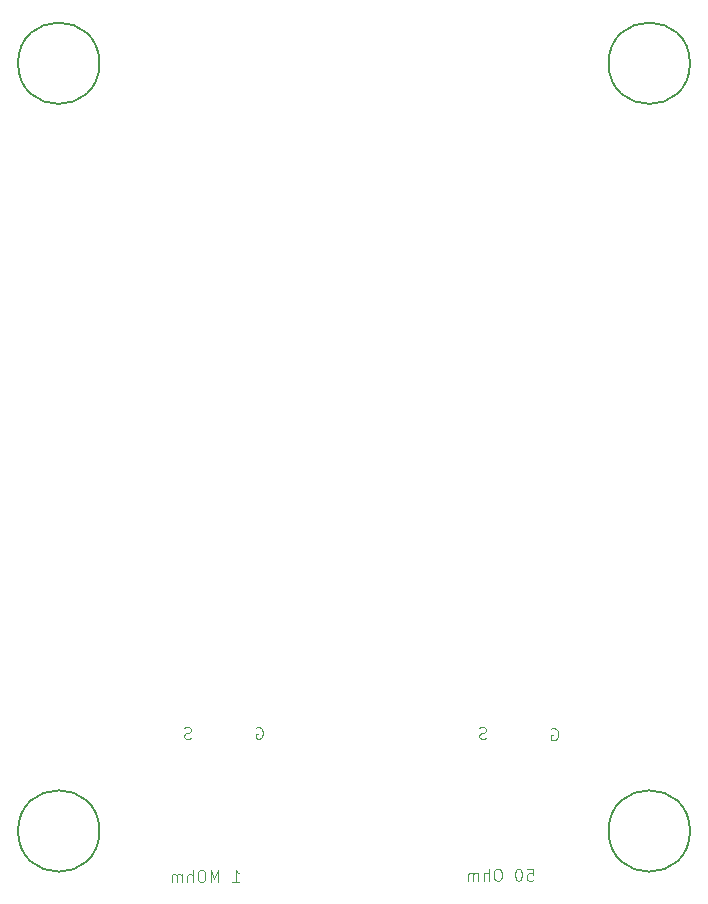
<source format=gbo>
%TF.GenerationSoftware,KiCad,Pcbnew,8.0.4+dfsg-1*%
%TF.CreationDate,2024-08-03T22:50:01-04:00*%
%TF.ProjectId,Mixed-Signal_Demo_PCB,4d697865-642d-4536-9967-6e616c5f4465,rev?*%
%TF.SameCoordinates,Original*%
%TF.FileFunction,Legend,Bot*%
%TF.FilePolarity,Positive*%
%FSLAX46Y46*%
G04 Gerber Fmt 4.6, Leading zero omitted, Abs format (unit mm)*
G04 Created by KiCad (PCBNEW 8.0.4+dfsg-1) date 2024-08-03 22:50:01*
%MOMM*%
%LPD*%
G01*
G04 APERTURE LIST*
%ADD10C,0.200000*%
%ADD11C,0.100000*%
G04 APERTURE END LIST*
D10*
X94408835Y-64464470D02*
G75*
G02*
X87520105Y-64464470I-3444365J0D01*
G01*
X87520105Y-64464470D02*
G75*
G02*
X94408835Y-64464470I3444365J0D01*
G01*
X144408865Y-129464500D02*
G75*
G02*
X137520135Y-129464500I-3444365J0D01*
G01*
X137520135Y-129464500D02*
G75*
G02*
X144408865Y-129464500I3444365J0D01*
G01*
X94408865Y-129464500D02*
G75*
G02*
X87520135Y-129464500I-3444365J0D01*
G01*
X87520135Y-129464500D02*
G75*
G02*
X94408865Y-129464500I3444365J0D01*
G01*
X144408865Y-64464500D02*
G75*
G02*
X137520135Y-64464500I-3444365J0D01*
G01*
X137520135Y-64464500D02*
G75*
G02*
X144408865Y-64464500I3444365J0D01*
G01*
D11*
X130619925Y-132672419D02*
X131096115Y-132672419D01*
X131096115Y-132672419D02*
X131143734Y-133148609D01*
X131143734Y-133148609D02*
X131096115Y-133100990D01*
X131096115Y-133100990D02*
X131000877Y-133053371D01*
X131000877Y-133053371D02*
X130762782Y-133053371D01*
X130762782Y-133053371D02*
X130667544Y-133100990D01*
X130667544Y-133100990D02*
X130619925Y-133148609D01*
X130619925Y-133148609D02*
X130572306Y-133243847D01*
X130572306Y-133243847D02*
X130572306Y-133481942D01*
X130572306Y-133481942D02*
X130619925Y-133577180D01*
X130619925Y-133577180D02*
X130667544Y-133624800D01*
X130667544Y-133624800D02*
X130762782Y-133672419D01*
X130762782Y-133672419D02*
X131000877Y-133672419D01*
X131000877Y-133672419D02*
X131096115Y-133624800D01*
X131096115Y-133624800D02*
X131143734Y-133577180D01*
X129953258Y-132672419D02*
X129858020Y-132672419D01*
X129858020Y-132672419D02*
X129762782Y-132720038D01*
X129762782Y-132720038D02*
X129715163Y-132767657D01*
X129715163Y-132767657D02*
X129667544Y-132862895D01*
X129667544Y-132862895D02*
X129619925Y-133053371D01*
X129619925Y-133053371D02*
X129619925Y-133291466D01*
X129619925Y-133291466D02*
X129667544Y-133481942D01*
X129667544Y-133481942D02*
X129715163Y-133577180D01*
X129715163Y-133577180D02*
X129762782Y-133624800D01*
X129762782Y-133624800D02*
X129858020Y-133672419D01*
X129858020Y-133672419D02*
X129953258Y-133672419D01*
X129953258Y-133672419D02*
X130048496Y-133624800D01*
X130048496Y-133624800D02*
X130096115Y-133577180D01*
X130096115Y-133577180D02*
X130143734Y-133481942D01*
X130143734Y-133481942D02*
X130191353Y-133291466D01*
X130191353Y-133291466D02*
X130191353Y-133053371D01*
X130191353Y-133053371D02*
X130143734Y-132862895D01*
X130143734Y-132862895D02*
X130096115Y-132767657D01*
X130096115Y-132767657D02*
X130048496Y-132720038D01*
X130048496Y-132720038D02*
X129953258Y-132672419D01*
X128238972Y-132672419D02*
X128048496Y-132672419D01*
X128048496Y-132672419D02*
X127953258Y-132720038D01*
X127953258Y-132720038D02*
X127858020Y-132815276D01*
X127858020Y-132815276D02*
X127810401Y-133005752D01*
X127810401Y-133005752D02*
X127810401Y-133339085D01*
X127810401Y-133339085D02*
X127858020Y-133529561D01*
X127858020Y-133529561D02*
X127953258Y-133624800D01*
X127953258Y-133624800D02*
X128048496Y-133672419D01*
X128048496Y-133672419D02*
X128238972Y-133672419D01*
X128238972Y-133672419D02*
X128334210Y-133624800D01*
X128334210Y-133624800D02*
X128429448Y-133529561D01*
X128429448Y-133529561D02*
X128477067Y-133339085D01*
X128477067Y-133339085D02*
X128477067Y-133005752D01*
X128477067Y-133005752D02*
X128429448Y-132815276D01*
X128429448Y-132815276D02*
X128334210Y-132720038D01*
X128334210Y-132720038D02*
X128238972Y-132672419D01*
X127381829Y-133672419D02*
X127381829Y-132672419D01*
X126953258Y-133672419D02*
X126953258Y-133148609D01*
X126953258Y-133148609D02*
X127000877Y-133053371D01*
X127000877Y-133053371D02*
X127096115Y-133005752D01*
X127096115Y-133005752D02*
X127238972Y-133005752D01*
X127238972Y-133005752D02*
X127334210Y-133053371D01*
X127334210Y-133053371D02*
X127381829Y-133100990D01*
X126477067Y-133672419D02*
X126477067Y-133005752D01*
X126477067Y-133100990D02*
X126429448Y-133053371D01*
X126429448Y-133053371D02*
X126334210Y-133005752D01*
X126334210Y-133005752D02*
X126191353Y-133005752D01*
X126191353Y-133005752D02*
X126096115Y-133053371D01*
X126096115Y-133053371D02*
X126048496Y-133148609D01*
X126048496Y-133148609D02*
X126048496Y-133672419D01*
X126048496Y-133148609D02*
X126000877Y-133053371D01*
X126000877Y-133053371D02*
X125905639Y-133005752D01*
X125905639Y-133005752D02*
X125762782Y-133005752D01*
X125762782Y-133005752D02*
X125667543Y-133053371D01*
X125667543Y-133053371D02*
X125619924Y-133148609D01*
X125619924Y-133148609D02*
X125619924Y-133672419D01*
X107672306Y-120720038D02*
X107767544Y-120672419D01*
X107767544Y-120672419D02*
X107910401Y-120672419D01*
X107910401Y-120672419D02*
X108053258Y-120720038D01*
X108053258Y-120720038D02*
X108148496Y-120815276D01*
X108148496Y-120815276D02*
X108196115Y-120910514D01*
X108196115Y-120910514D02*
X108243734Y-121100990D01*
X108243734Y-121100990D02*
X108243734Y-121243847D01*
X108243734Y-121243847D02*
X108196115Y-121434323D01*
X108196115Y-121434323D02*
X108148496Y-121529561D01*
X108148496Y-121529561D02*
X108053258Y-121624800D01*
X108053258Y-121624800D02*
X107910401Y-121672419D01*
X107910401Y-121672419D02*
X107815163Y-121672419D01*
X107815163Y-121672419D02*
X107672306Y-121624800D01*
X107672306Y-121624800D02*
X107624687Y-121577180D01*
X107624687Y-121577180D02*
X107624687Y-121243847D01*
X107624687Y-121243847D02*
X107815163Y-121243847D01*
X102143734Y-121624800D02*
X102000877Y-121672419D01*
X102000877Y-121672419D02*
X101762782Y-121672419D01*
X101762782Y-121672419D02*
X101667544Y-121624800D01*
X101667544Y-121624800D02*
X101619925Y-121577180D01*
X101619925Y-121577180D02*
X101572306Y-121481942D01*
X101572306Y-121481942D02*
X101572306Y-121386704D01*
X101572306Y-121386704D02*
X101619925Y-121291466D01*
X101619925Y-121291466D02*
X101667544Y-121243847D01*
X101667544Y-121243847D02*
X101762782Y-121196228D01*
X101762782Y-121196228D02*
X101953258Y-121148609D01*
X101953258Y-121148609D02*
X102048496Y-121100990D01*
X102048496Y-121100990D02*
X102096115Y-121053371D01*
X102096115Y-121053371D02*
X102143734Y-120958133D01*
X102143734Y-120958133D02*
X102143734Y-120862895D01*
X102143734Y-120862895D02*
X102096115Y-120767657D01*
X102096115Y-120767657D02*
X102048496Y-120720038D01*
X102048496Y-120720038D02*
X101953258Y-120672419D01*
X101953258Y-120672419D02*
X101715163Y-120672419D01*
X101715163Y-120672419D02*
X101572306Y-120720038D01*
X127143734Y-121624800D02*
X127000877Y-121672419D01*
X127000877Y-121672419D02*
X126762782Y-121672419D01*
X126762782Y-121672419D02*
X126667544Y-121624800D01*
X126667544Y-121624800D02*
X126619925Y-121577180D01*
X126619925Y-121577180D02*
X126572306Y-121481942D01*
X126572306Y-121481942D02*
X126572306Y-121386704D01*
X126572306Y-121386704D02*
X126619925Y-121291466D01*
X126619925Y-121291466D02*
X126667544Y-121243847D01*
X126667544Y-121243847D02*
X126762782Y-121196228D01*
X126762782Y-121196228D02*
X126953258Y-121148609D01*
X126953258Y-121148609D02*
X127048496Y-121100990D01*
X127048496Y-121100990D02*
X127096115Y-121053371D01*
X127096115Y-121053371D02*
X127143734Y-120958133D01*
X127143734Y-120958133D02*
X127143734Y-120862895D01*
X127143734Y-120862895D02*
X127096115Y-120767657D01*
X127096115Y-120767657D02*
X127048496Y-120720038D01*
X127048496Y-120720038D02*
X126953258Y-120672419D01*
X126953258Y-120672419D02*
X126715163Y-120672419D01*
X126715163Y-120672419D02*
X126572306Y-120720038D01*
X105672306Y-133772419D02*
X106243734Y-133772419D01*
X105958020Y-133772419D02*
X105958020Y-132772419D01*
X105958020Y-132772419D02*
X106053258Y-132915276D01*
X106053258Y-132915276D02*
X106148496Y-133010514D01*
X106148496Y-133010514D02*
X106243734Y-133058133D01*
X104481829Y-133772419D02*
X104481829Y-132772419D01*
X104481829Y-132772419D02*
X104148496Y-133486704D01*
X104148496Y-133486704D02*
X103815163Y-132772419D01*
X103815163Y-132772419D02*
X103815163Y-133772419D01*
X103148496Y-132772419D02*
X102958020Y-132772419D01*
X102958020Y-132772419D02*
X102862782Y-132820038D01*
X102862782Y-132820038D02*
X102767544Y-132915276D01*
X102767544Y-132915276D02*
X102719925Y-133105752D01*
X102719925Y-133105752D02*
X102719925Y-133439085D01*
X102719925Y-133439085D02*
X102767544Y-133629561D01*
X102767544Y-133629561D02*
X102862782Y-133724800D01*
X102862782Y-133724800D02*
X102958020Y-133772419D01*
X102958020Y-133772419D02*
X103148496Y-133772419D01*
X103148496Y-133772419D02*
X103243734Y-133724800D01*
X103243734Y-133724800D02*
X103338972Y-133629561D01*
X103338972Y-133629561D02*
X103386591Y-133439085D01*
X103386591Y-133439085D02*
X103386591Y-133105752D01*
X103386591Y-133105752D02*
X103338972Y-132915276D01*
X103338972Y-132915276D02*
X103243734Y-132820038D01*
X103243734Y-132820038D02*
X103148496Y-132772419D01*
X102291353Y-133772419D02*
X102291353Y-132772419D01*
X101862782Y-133772419D02*
X101862782Y-133248609D01*
X101862782Y-133248609D02*
X101910401Y-133153371D01*
X101910401Y-133153371D02*
X102005639Y-133105752D01*
X102005639Y-133105752D02*
X102148496Y-133105752D01*
X102148496Y-133105752D02*
X102243734Y-133153371D01*
X102243734Y-133153371D02*
X102291353Y-133200990D01*
X101386591Y-133772419D02*
X101386591Y-133105752D01*
X101386591Y-133200990D02*
X101338972Y-133153371D01*
X101338972Y-133153371D02*
X101243734Y-133105752D01*
X101243734Y-133105752D02*
X101100877Y-133105752D01*
X101100877Y-133105752D02*
X101005639Y-133153371D01*
X101005639Y-133153371D02*
X100958020Y-133248609D01*
X100958020Y-133248609D02*
X100958020Y-133772419D01*
X100958020Y-133248609D02*
X100910401Y-133153371D01*
X100910401Y-133153371D02*
X100815163Y-133105752D01*
X100815163Y-133105752D02*
X100672306Y-133105752D01*
X100672306Y-133105752D02*
X100577067Y-133153371D01*
X100577067Y-133153371D02*
X100529448Y-133248609D01*
X100529448Y-133248609D02*
X100529448Y-133772419D01*
X132672306Y-120820038D02*
X132767544Y-120772419D01*
X132767544Y-120772419D02*
X132910401Y-120772419D01*
X132910401Y-120772419D02*
X133053258Y-120820038D01*
X133053258Y-120820038D02*
X133148496Y-120915276D01*
X133148496Y-120915276D02*
X133196115Y-121010514D01*
X133196115Y-121010514D02*
X133243734Y-121200990D01*
X133243734Y-121200990D02*
X133243734Y-121343847D01*
X133243734Y-121343847D02*
X133196115Y-121534323D01*
X133196115Y-121534323D02*
X133148496Y-121629561D01*
X133148496Y-121629561D02*
X133053258Y-121724800D01*
X133053258Y-121724800D02*
X132910401Y-121772419D01*
X132910401Y-121772419D02*
X132815163Y-121772419D01*
X132815163Y-121772419D02*
X132672306Y-121724800D01*
X132672306Y-121724800D02*
X132624687Y-121677180D01*
X132624687Y-121677180D02*
X132624687Y-121343847D01*
X132624687Y-121343847D02*
X132815163Y-121343847D01*
M02*

</source>
